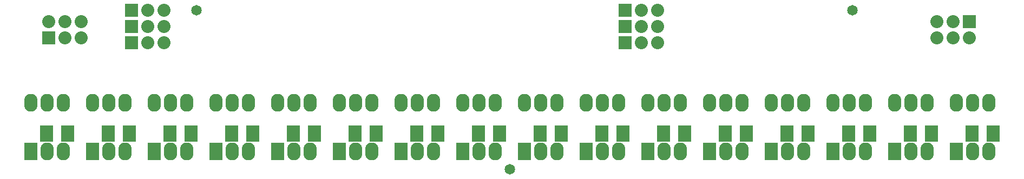
<source format=gbs>
G04 (created by PCBNEW-RS274X (2012-01-19 BZR 3256)-stable) date mer. 09 mai 2012 21:58:05 CEST*
G01*
G70*
G90*
%MOIN*%
G04 Gerber Fmt 3.4, Leading zero omitted, Abs format*
%FSLAX34Y34*%
G04 APERTURE LIST*
%ADD10C,0.006000*%
%ADD11R,0.080000X0.080000*%
%ADD12C,0.080000*%
%ADD13R,0.082000X0.110000*%
%ADD14O,0.082000X0.110000*%
%ADD15R,0.080000X0.100000*%
%ADD16C,0.065000*%
G04 APERTURE END LIST*
G54D10*
G54D11*
X67300Y-47800D03*
G54D12*
X68300Y-47800D03*
X69300Y-47800D03*
G54D11*
X67300Y-46800D03*
G54D12*
X68300Y-46800D03*
X69300Y-46800D03*
G54D11*
X67300Y-45800D03*
G54D12*
X68300Y-45800D03*
X69300Y-45800D03*
G54D13*
X61100Y-54500D03*
G54D14*
X62100Y-54500D03*
X63100Y-54500D03*
X63100Y-51500D03*
X62100Y-51500D03*
X61100Y-51500D03*
G54D13*
X64900Y-54500D03*
G54D14*
X65900Y-54500D03*
X66900Y-54500D03*
X66900Y-51500D03*
X65900Y-51500D03*
X64900Y-51500D03*
G54D13*
X68700Y-54500D03*
G54D14*
X69700Y-54500D03*
X70700Y-54500D03*
X70700Y-51500D03*
X69700Y-51500D03*
X68700Y-51500D03*
G54D13*
X72500Y-54500D03*
G54D14*
X73500Y-54500D03*
X74500Y-54500D03*
X74500Y-51500D03*
X73500Y-51500D03*
X72500Y-51500D03*
G54D13*
X76300Y-54500D03*
G54D14*
X77300Y-54500D03*
X78300Y-54500D03*
X78300Y-51500D03*
X77300Y-51500D03*
X76300Y-51500D03*
G54D13*
X80100Y-54500D03*
G54D14*
X81100Y-54500D03*
X82100Y-54500D03*
X82100Y-51500D03*
X81100Y-51500D03*
X80100Y-51500D03*
G54D13*
X83900Y-54500D03*
G54D14*
X84900Y-54500D03*
X85900Y-54500D03*
X85900Y-51500D03*
X84900Y-51500D03*
X83900Y-51500D03*
G54D13*
X87700Y-54500D03*
G54D14*
X88700Y-54500D03*
X89700Y-54500D03*
X89700Y-51500D03*
X88700Y-51500D03*
X87700Y-51500D03*
G54D13*
X30700Y-54500D03*
G54D14*
X31700Y-54500D03*
X32700Y-54500D03*
X32700Y-51500D03*
X31700Y-51500D03*
X30700Y-51500D03*
G54D13*
X34500Y-54500D03*
G54D14*
X35500Y-54500D03*
X36500Y-54500D03*
X36500Y-51500D03*
X35500Y-51500D03*
X34500Y-51500D03*
G54D13*
X38300Y-54500D03*
G54D14*
X39300Y-54500D03*
X40300Y-54500D03*
X40300Y-51500D03*
X39300Y-51500D03*
X38300Y-51500D03*
G54D13*
X42100Y-54500D03*
G54D14*
X43100Y-54500D03*
X44100Y-54500D03*
X44100Y-51500D03*
X43100Y-51500D03*
X42100Y-51500D03*
G54D13*
X45900Y-54500D03*
G54D14*
X46900Y-54500D03*
X47900Y-54500D03*
X47900Y-51500D03*
X46900Y-51500D03*
X45900Y-51500D03*
G54D13*
X49700Y-54500D03*
G54D14*
X50700Y-54500D03*
X51700Y-54500D03*
X51700Y-51500D03*
X50700Y-51500D03*
X49700Y-51500D03*
G54D13*
X53500Y-54500D03*
G54D14*
X54500Y-54500D03*
X55500Y-54500D03*
X55500Y-51500D03*
X54500Y-51500D03*
X53500Y-51500D03*
G54D13*
X57300Y-54500D03*
G54D14*
X58300Y-54500D03*
X59300Y-54500D03*
X59300Y-51500D03*
X58300Y-51500D03*
X57300Y-51500D03*
G54D11*
X31800Y-47500D03*
G54D12*
X31800Y-46500D03*
X32800Y-47500D03*
X32800Y-46500D03*
X33800Y-47500D03*
X33800Y-46500D03*
G54D11*
X88500Y-46500D03*
G54D12*
X88500Y-47500D03*
X87500Y-46500D03*
X87500Y-47500D03*
X86500Y-46500D03*
X86500Y-47500D03*
G54D11*
X36900Y-47800D03*
G54D12*
X37900Y-47800D03*
X38900Y-47800D03*
G54D11*
X36900Y-46800D03*
G54D12*
X37900Y-46800D03*
X38900Y-46800D03*
G54D11*
X36900Y-45800D03*
G54D12*
X37900Y-45800D03*
X38900Y-45800D03*
G54D15*
X58250Y-53400D03*
X59550Y-53400D03*
X54450Y-53400D03*
X55750Y-53400D03*
X50650Y-53400D03*
X51950Y-53400D03*
X46850Y-53400D03*
X48150Y-53400D03*
X43050Y-53400D03*
X44350Y-53400D03*
X39250Y-53400D03*
X40550Y-53400D03*
X35450Y-53400D03*
X36750Y-53400D03*
X31650Y-53400D03*
X32950Y-53400D03*
X88650Y-53400D03*
X89950Y-53400D03*
X84850Y-53400D03*
X86150Y-53400D03*
X81050Y-53400D03*
X82350Y-53400D03*
X77250Y-53400D03*
X78550Y-53400D03*
X73450Y-53400D03*
X74750Y-53400D03*
X69650Y-53400D03*
X70950Y-53400D03*
X65850Y-53400D03*
X67150Y-53400D03*
X62050Y-53400D03*
X63350Y-53400D03*
G54D16*
X81300Y-45800D03*
X40900Y-45800D03*
X60200Y-55600D03*
M02*

</source>
